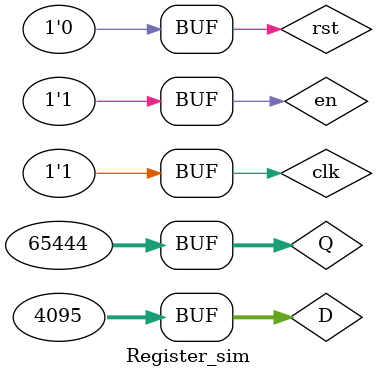
<source format=sv>
`timescale 1ns / 1ps

module Register_sim();
    logic [31:0] Q,D;
    logic clk,rst,en;
    
    register reg1(Q,D,clk,rst,en);
    
    initial begin
    
        #5 Q = 'hffa4; //if i dont specify the size is 32 bits default 
           D = 'h00ff;
           clk = 0;
           rst = 0;
           en=1;
           
           #5 rst = 1;
           #1 rst = 0;
           #5 clk = 1;
           #5 clk = 0;D='h0fff;
           #5 clk = 1;
           #5 clk = 0;D='h0fff;
           #5 clk = 1;
           #5 rst = 1;
           #1 rst = 0;
    
    end
    
endmodule



</source>
